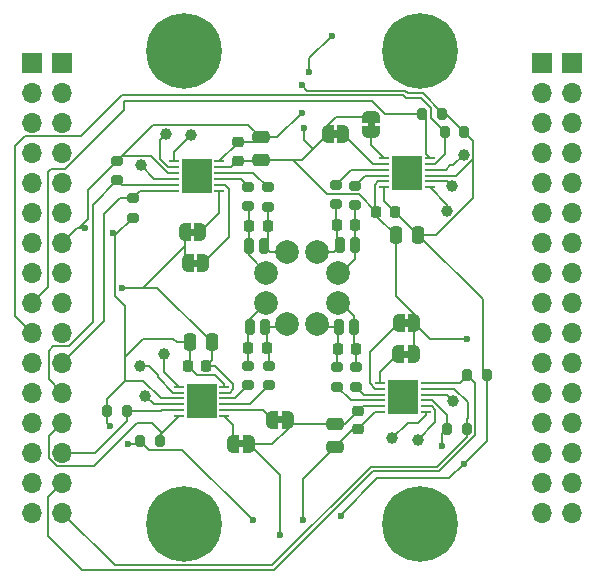
<source format=gbr>
G04 #@! TF.GenerationSoftware,KiCad,Pcbnew,8.0.6*
G04 #@! TF.CreationDate,2025-01-16T18:06:10-08:00*
G04 #@! TF.ProjectId,levitas_daughterboard,6c657669-7461-4735-9f64-617567687465,rev?*
G04 #@! TF.SameCoordinates,Original*
G04 #@! TF.FileFunction,Copper,L2,Bot*
G04 #@! TF.FilePolarity,Positive*
%FSLAX46Y46*%
G04 Gerber Fmt 4.6, Leading zero omitted, Abs format (unit mm)*
G04 Created by KiCad (PCBNEW 8.0.6) date 2025-01-16 18:06:10*
%MOMM*%
%LPD*%
G01*
G04 APERTURE LIST*
G04 Aperture macros list*
%AMRoundRect*
0 Rectangle with rounded corners*
0 $1 Rounding radius*
0 $2 $3 $4 $5 $6 $7 $8 $9 X,Y pos of 4 corners*
0 Add a 4 corners polygon primitive as box body*
4,1,4,$2,$3,$4,$5,$6,$7,$8,$9,$2,$3,0*
0 Add four circle primitives for the rounded corners*
1,1,$1+$1,$2,$3*
1,1,$1+$1,$4,$5*
1,1,$1+$1,$6,$7*
1,1,$1+$1,$8,$9*
0 Add four rect primitives between the rounded corners*
20,1,$1+$1,$2,$3,$4,$5,0*
20,1,$1+$1,$4,$5,$6,$7,0*
20,1,$1+$1,$6,$7,$8,$9,0*
20,1,$1+$1,$8,$9,$2,$3,0*%
%AMFreePoly0*
4,1,19,0.500000,-0.750000,0.000000,-0.750000,0.000000,-0.744911,-0.071157,-0.744911,-0.207708,-0.704816,-0.327430,-0.627875,-0.420627,-0.520320,-0.479746,-0.390866,-0.500000,-0.250000,-0.500000,0.250000,-0.479746,0.390866,-0.420627,0.520320,-0.327430,0.627875,-0.207708,0.704816,-0.071157,0.744911,0.000000,0.744911,0.000000,0.750000,0.500000,0.750000,0.500000,-0.750000,0.500000,-0.750000,
$1*%
%AMFreePoly1*
4,1,19,0.000000,0.744911,0.071157,0.744911,0.207708,0.704816,0.327430,0.627875,0.420627,0.520320,0.479746,0.390866,0.500000,0.250000,0.500000,-0.250000,0.479746,-0.390866,0.420627,-0.520320,0.327430,-0.627875,0.207708,-0.704816,0.071157,-0.744911,0.000000,-0.744911,0.000000,-0.750000,-0.500000,-0.750000,-0.500000,0.750000,0.000000,0.750000,0.000000,0.744911,0.000000,0.744911,
$1*%
G04 Aperture macros list end*
G04 #@! TA.AperFunction,EtchedComponent*
%ADD10C,0.000000*%
G04 #@! TD*
G04 #@! TA.AperFunction,ComponentPad*
%ADD11R,1.700000X1.700000*%
G04 #@! TD*
G04 #@! TA.AperFunction,ComponentPad*
%ADD12O,1.700000X1.700000*%
G04 #@! TD*
G04 #@! TA.AperFunction,ComponentPad*
%ADD13C,0.800000*%
G04 #@! TD*
G04 #@! TA.AperFunction,ComponentPad*
%ADD14C,6.400000*%
G04 #@! TD*
G04 #@! TA.AperFunction,ComponentPad*
%ADD15C,2.000000*%
G04 #@! TD*
G04 #@! TA.AperFunction,SMDPad,CuDef*
%ADD16C,1.000000*%
G04 #@! TD*
G04 #@! TA.AperFunction,SMDPad,CuDef*
%ADD17RoundRect,0.200000X0.275000X-0.200000X0.275000X0.200000X-0.275000X0.200000X-0.275000X-0.200000X0*%
G04 #@! TD*
G04 #@! TA.AperFunction,SMDPad,CuDef*
%ADD18FreePoly0,180.000000*%
G04 #@! TD*
G04 #@! TA.AperFunction,SMDPad,CuDef*
%ADD19FreePoly1,180.000000*%
G04 #@! TD*
G04 #@! TA.AperFunction,SMDPad,CuDef*
%ADD20FreePoly0,0.000000*%
G04 #@! TD*
G04 #@! TA.AperFunction,SMDPad,CuDef*
%ADD21FreePoly1,0.000000*%
G04 #@! TD*
G04 #@! TA.AperFunction,SMDPad,CuDef*
%ADD22RoundRect,0.062500X0.375000X0.062500X-0.375000X0.062500X-0.375000X-0.062500X0.375000X-0.062500X0*%
G04 #@! TD*
G04 #@! TA.AperFunction,HeatsinkPad*
%ADD23R,2.600000X3.000000*%
G04 #@! TD*
G04 #@! TA.AperFunction,SMDPad,CuDef*
%ADD24RoundRect,0.225000X-0.225000X-0.250000X0.225000X-0.250000X0.225000X0.250000X-0.225000X0.250000X0*%
G04 #@! TD*
G04 #@! TA.AperFunction,SMDPad,CuDef*
%ADD25RoundRect,0.250000X-0.475000X0.250000X-0.475000X-0.250000X0.475000X-0.250000X0.475000X0.250000X0*%
G04 #@! TD*
G04 #@! TA.AperFunction,SMDPad,CuDef*
%ADD26RoundRect,0.218750X-0.218750X-0.256250X0.218750X-0.256250X0.218750X0.256250X-0.218750X0.256250X0*%
G04 #@! TD*
G04 #@! TA.AperFunction,SMDPad,CuDef*
%ADD27FreePoly0,90.000000*%
G04 #@! TD*
G04 #@! TA.AperFunction,SMDPad,CuDef*
%ADD28FreePoly1,90.000000*%
G04 #@! TD*
G04 #@! TA.AperFunction,SMDPad,CuDef*
%ADD29RoundRect,0.200000X-0.275000X0.200000X-0.275000X-0.200000X0.275000X-0.200000X0.275000X0.200000X0*%
G04 #@! TD*
G04 #@! TA.AperFunction,SMDPad,CuDef*
%ADD30RoundRect,0.200000X0.200000X0.275000X-0.200000X0.275000X-0.200000X-0.275000X0.200000X-0.275000X0*%
G04 #@! TD*
G04 #@! TA.AperFunction,SMDPad,CuDef*
%ADD31RoundRect,0.225000X0.250000X-0.225000X0.250000X0.225000X-0.250000X0.225000X-0.250000X-0.225000X0*%
G04 #@! TD*
G04 #@! TA.AperFunction,SMDPad,CuDef*
%ADD32RoundRect,0.218750X0.218750X0.256250X-0.218750X0.256250X-0.218750X-0.256250X0.218750X-0.256250X0*%
G04 #@! TD*
G04 #@! TA.AperFunction,SMDPad,CuDef*
%ADD33RoundRect,0.208750X0.208750X0.431250X-0.208750X0.431250X-0.208750X-0.431250X0.208750X-0.431250X0*%
G04 #@! TD*
G04 #@! TA.AperFunction,SMDPad,CuDef*
%ADD34RoundRect,0.208750X-0.208750X-0.431250X0.208750X-0.431250X0.208750X0.431250X-0.208750X0.431250X0*%
G04 #@! TD*
G04 #@! TA.AperFunction,SMDPad,CuDef*
%ADD35RoundRect,0.200000X-0.200000X-0.275000X0.200000X-0.275000X0.200000X0.275000X-0.200000X0.275000X0*%
G04 #@! TD*
G04 #@! TA.AperFunction,SMDPad,CuDef*
%ADD36RoundRect,0.250000X0.250000X0.475000X-0.250000X0.475000X-0.250000X-0.475000X0.250000X-0.475000X0*%
G04 #@! TD*
G04 #@! TA.AperFunction,SMDPad,CuDef*
%ADD37RoundRect,0.250000X-0.250000X-0.475000X0.250000X-0.475000X0.250000X0.475000X-0.250000X0.475000X0*%
G04 #@! TD*
G04 #@! TA.AperFunction,SMDPad,CuDef*
%ADD38RoundRect,0.225000X-0.250000X0.225000X-0.250000X-0.225000X0.250000X-0.225000X0.250000X0.225000X0*%
G04 #@! TD*
G04 #@! TA.AperFunction,SMDPad,CuDef*
%ADD39RoundRect,0.062500X-0.375000X-0.062500X0.375000X-0.062500X0.375000X0.062500X-0.375000X0.062500X0*%
G04 #@! TD*
G04 #@! TA.AperFunction,SMDPad,CuDef*
%ADD40RoundRect,0.225000X0.225000X0.250000X-0.225000X0.250000X-0.225000X-0.250000X0.225000X-0.250000X0*%
G04 #@! TD*
G04 #@! TA.AperFunction,SMDPad,CuDef*
%ADD41RoundRect,0.250000X0.475000X-0.250000X0.475000X0.250000X-0.475000X0.250000X-0.475000X-0.250000X0*%
G04 #@! TD*
G04 #@! TA.AperFunction,ViaPad*
%ADD42C,0.600000*%
G04 #@! TD*
G04 #@! TA.AperFunction,Conductor*
%ADD43C,0.200000*%
G04 #@! TD*
G04 APERTURE END LIST*
D10*
G04 #@! TA.AperFunction,EtchedComponent*
G04 #@! TO.C,JP6*
G36*
X136013000Y-87142600D02*
G01*
X135513000Y-87142600D01*
X135513000Y-86542600D01*
X136013000Y-86542600D01*
X136013000Y-87142600D01*
G37*
G04 #@! TD.AperFunction*
G04 #@! TA.AperFunction,EtchedComponent*
G04 #@! TO.C,JP1*
G36*
X143140000Y-100376000D02*
G01*
X142640000Y-100376000D01*
X142640000Y-99776000D01*
X143140000Y-99776000D01*
X143140000Y-100376000D01*
G37*
G04 #@! TD.AperFunction*
G04 #@! TA.AperFunction,EtchedComponent*
G04 #@! TO.C,JP5*
G36*
X135723200Y-84501000D02*
G01*
X135223200Y-84501000D01*
X135223200Y-83901000D01*
X135723200Y-83901000D01*
X135723200Y-84501000D01*
G37*
G04 #@! TD.AperFunction*
G04 #@! TA.AperFunction,EtchedComponent*
G04 #@! TO.C,JP7*
G36*
X150922000Y-75332400D02*
G01*
X150322000Y-75332400D01*
X150322000Y-74832400D01*
X150922000Y-74832400D01*
X150922000Y-75332400D01*
G37*
G04 #@! TD.AperFunction*
G04 #@! TA.AperFunction,EtchedComponent*
G04 #@! TO.C,JP3*
G36*
X153828800Y-94838800D02*
G01*
X153328800Y-94838800D01*
X153328800Y-94238800D01*
X153828800Y-94238800D01*
X153828800Y-94838800D01*
G37*
G04 #@! TD.AperFunction*
G04 #@! TA.AperFunction,EtchedComponent*
G04 #@! TO.C,JP2*
G36*
X139838000Y-102408000D02*
G01*
X139338000Y-102408000D01*
X139338000Y-101808000D01*
X139838000Y-101808000D01*
X139838000Y-102408000D01*
G37*
G04 #@! TD.AperFunction*
G04 #@! TA.AperFunction,EtchedComponent*
G04 #@! TO.C,JP8*
G36*
X147824000Y-76195200D02*
G01*
X147324000Y-76195200D01*
X147324000Y-75595200D01*
X147824000Y-75595200D01*
X147824000Y-76195200D01*
G37*
G04 #@! TD.AperFunction*
G04 #@! TA.AperFunction,EtchedComponent*
G04 #@! TO.C,JP4*
G36*
X153854200Y-92197200D02*
G01*
X153354200Y-92197200D01*
X153354200Y-91597200D01*
X153854200Y-91597200D01*
X153854200Y-92197200D01*
G37*
G04 #@! TD.AperFunction*
G04 #@! TD*
D11*
G04 #@! TO.P,J3,1,Pin_1*
G04 #@! TO.N,GND*
X124460000Y-69850000D03*
D12*
G04 #@! TO.P,J3,2,Pin_2*
G04 #@! TO.N,Net-(J1-Pin_2)*
X124460000Y-72390000D03*
G04 #@! TO.P,J3,3,Pin_3*
G04 #@! TO.N,Net-(J1-Pin_3)*
X124460000Y-74930000D03*
G04 #@! TO.P,J3,4,Pin_4*
G04 #@! TO.N,Net-(J1-Pin_4)*
X124460000Y-77470000D03*
G04 #@! TO.P,J3,5,Pin_5*
G04 #@! TO.N,Net-(J1-Pin_5)*
X124460000Y-80010000D03*
G04 #@! TO.P,J3,6,Pin_6*
G04 #@! TO.N,+250V*
X124460000Y-82550000D03*
G04 #@! TO.P,J3,7,Pin_7*
G04 #@! TO.N,+3.3V*
X124460000Y-85090000D03*
G04 #@! TO.P,J3,8,Pin_8*
G04 #@! TO.N,GND*
X124460000Y-87630000D03*
G04 #@! TO.P,J3,9,Pin_9*
G04 #@! TO.N,SCL4*
X124460000Y-90170000D03*
G04 #@! TO.P,J3,10,Pin_10*
G04 #@! TO.N,SDA4*
X124460000Y-92710000D03*
G04 #@! TO.P,J3,11,Pin_11*
G04 #@! TO.N,SCL3*
X124460000Y-95250000D03*
G04 #@! TO.P,J3,12,Pin_12*
G04 #@! TO.N,SDA3*
X124460000Y-97790000D03*
G04 #@! TO.P,J3,13,Pin_13*
G04 #@! TO.N,SCL2*
X124460000Y-100330000D03*
G04 #@! TO.P,J3,14,Pin_14*
G04 #@! TO.N,SDA2*
X124460000Y-102870000D03*
G04 #@! TO.P,J3,15,Pin_15*
G04 #@! TO.N,SCL1*
X124460000Y-105410000D03*
G04 #@! TO.P,J3,16,Pin_16*
G04 #@! TO.N,SDA1*
X124460000Y-107950000D03*
G04 #@! TD*
D11*
G04 #@! TO.P,J2,1,Pin_1*
G04 #@! TO.N,Net-(J2-Pin_1)*
X165100000Y-69850000D03*
D12*
G04 #@! TO.P,J2,2,Pin_2*
G04 #@! TO.N,Net-(J2-Pin_2)*
X165100000Y-72390000D03*
G04 #@! TO.P,J2,3,Pin_3*
G04 #@! TO.N,Net-(J2-Pin_3)*
X165100000Y-74930000D03*
G04 #@! TO.P,J2,4,Pin_4*
G04 #@! TO.N,Net-(J2-Pin_4)*
X165100000Y-77470000D03*
G04 #@! TO.P,J2,5,Pin_5*
G04 #@! TO.N,Net-(J2-Pin_5)*
X165100000Y-80010000D03*
G04 #@! TO.P,J2,6,Pin_6*
G04 #@! TO.N,Net-(J2-Pin_6)*
X165100000Y-82550000D03*
G04 #@! TO.P,J2,7,Pin_7*
G04 #@! TO.N,Net-(J2-Pin_7)*
X165100000Y-85090000D03*
G04 #@! TO.P,J2,8,Pin_8*
G04 #@! TO.N,Net-(J2-Pin_8)*
X165100000Y-87630000D03*
G04 #@! TO.P,J2,9,Pin_9*
G04 #@! TO.N,Net-(J2-Pin_9)*
X165100000Y-90170000D03*
G04 #@! TO.P,J2,10,Pin_10*
G04 #@! TO.N,Net-(J2-Pin_10)*
X165100000Y-92710000D03*
G04 #@! TO.P,J2,11,Pin_11*
G04 #@! TO.N,Net-(J2-Pin_11)*
X165100000Y-95250000D03*
G04 #@! TO.P,J2,12,Pin_12*
G04 #@! TO.N,Net-(J2-Pin_12)*
X165100000Y-97790000D03*
G04 #@! TO.P,J2,13,Pin_13*
G04 #@! TO.N,Net-(J2-Pin_13)*
X165100000Y-100330000D03*
G04 #@! TO.P,J2,14,Pin_14*
G04 #@! TO.N,Net-(J2-Pin_14)*
X165100000Y-102870000D03*
G04 #@! TO.P,J2,15,Pin_15*
G04 #@! TO.N,Net-(J2-Pin_15)*
X165100000Y-105410000D03*
G04 #@! TO.P,J2,16,Pin_16*
G04 #@! TO.N,Net-(J2-Pin_16)*
X165100000Y-107950000D03*
G04 #@! TD*
D13*
G04 #@! TO.P,REF\u002A\u002A,1*
G04 #@! TO.N,N/C*
X132380000Y-108900000D03*
X133082944Y-107202944D03*
X133082944Y-110597056D03*
X134780000Y-106500000D03*
D14*
X134780000Y-108900000D03*
D13*
X134780000Y-111300000D03*
X136477056Y-107202944D03*
X136477056Y-110597056D03*
X137180000Y-108900000D03*
G04 #@! TD*
G04 #@! TO.P,REF\u002A\u002A,1*
G04 #@! TO.N,N/C*
X152380000Y-108900000D03*
X153082944Y-107202944D03*
X153082944Y-110597056D03*
X154780000Y-106500000D03*
D14*
X154780000Y-108900000D03*
D13*
X154780000Y-111300000D03*
X156477056Y-107202944D03*
X156477056Y-110597056D03*
X157180000Y-108900000D03*
G04 #@! TD*
G04 #@! TO.P,REF\u002A\u002A,1*
G04 #@! TO.N,N/C*
X152380000Y-68900000D03*
X153082944Y-67202944D03*
X153082944Y-70597056D03*
X154780000Y-66500000D03*
D14*
X154780000Y-68900000D03*
D13*
X154780000Y-71300000D03*
X156477056Y-67202944D03*
X156477056Y-70597056D03*
X157180000Y-68900000D03*
G04 #@! TD*
G04 #@! TO.P,REF\u002A\u002A,1*
G04 #@! TO.N,N/C*
X132380000Y-68900000D03*
X133082944Y-67202944D03*
X133082944Y-70597056D03*
X134780000Y-66500000D03*
D14*
X134780000Y-68900000D03*
D13*
X134780000Y-71300000D03*
X136477056Y-67202944D03*
X136477056Y-70597056D03*
X137180000Y-68900000D03*
G04 #@! TD*
D15*
G04 #@! TO.P,J6,1,Pin_1*
G04 #@! TO.N,Net-(J6-Pin_1)*
X141732000Y-90170000D03*
G04 #@! TD*
D11*
G04 #@! TO.P,J4,1,Pin_1*
G04 #@! TO.N,Net-(J2-Pin_1)*
X167640000Y-69850000D03*
D12*
G04 #@! TO.P,J4,2,Pin_2*
G04 #@! TO.N,Net-(J2-Pin_2)*
X167640000Y-72390000D03*
G04 #@! TO.P,J4,3,Pin_3*
G04 #@! TO.N,Net-(J2-Pin_3)*
X167640000Y-74930000D03*
G04 #@! TO.P,J4,4,Pin_4*
G04 #@! TO.N,Net-(J2-Pin_4)*
X167640000Y-77470000D03*
G04 #@! TO.P,J4,5,Pin_5*
G04 #@! TO.N,Net-(J2-Pin_5)*
X167640000Y-80010000D03*
G04 #@! TO.P,J4,6,Pin_6*
G04 #@! TO.N,Net-(J2-Pin_6)*
X167640000Y-82550000D03*
G04 #@! TO.P,J4,7,Pin_7*
G04 #@! TO.N,Net-(J2-Pin_7)*
X167640000Y-85090000D03*
G04 #@! TO.P,J4,8,Pin_8*
G04 #@! TO.N,Net-(J2-Pin_8)*
X167640000Y-87630000D03*
G04 #@! TO.P,J4,9,Pin_9*
G04 #@! TO.N,Net-(J2-Pin_9)*
X167640000Y-90170000D03*
G04 #@! TO.P,J4,10,Pin_10*
G04 #@! TO.N,Net-(J2-Pin_10)*
X167640000Y-92710000D03*
G04 #@! TO.P,J4,11,Pin_11*
G04 #@! TO.N,Net-(J2-Pin_11)*
X167640000Y-95250000D03*
G04 #@! TO.P,J4,12,Pin_12*
G04 #@! TO.N,Net-(J2-Pin_12)*
X167640000Y-97790000D03*
G04 #@! TO.P,J4,13,Pin_13*
G04 #@! TO.N,Net-(J2-Pin_13)*
X167640000Y-100330000D03*
G04 #@! TO.P,J4,14,Pin_14*
G04 #@! TO.N,Net-(J2-Pin_14)*
X167640000Y-102870000D03*
G04 #@! TO.P,J4,15,Pin_15*
G04 #@! TO.N,Net-(J2-Pin_15)*
X167640000Y-105410000D03*
G04 #@! TO.P,J4,16,Pin_16*
G04 #@! TO.N,Net-(J2-Pin_16)*
X167640000Y-107950000D03*
G04 #@! TD*
D15*
G04 #@! TO.P,J5,1,Pin_1*
G04 #@! TO.N,Net-(J5-Pin_1)*
X143510000Y-91948000D03*
G04 #@! TD*
D11*
G04 #@! TO.P,J1,1,Pin_1*
G04 #@! TO.N,GND*
X121920000Y-69850000D03*
D12*
G04 #@! TO.P,J1,2,Pin_2*
G04 #@! TO.N,Net-(J1-Pin_2)*
X121920000Y-72390000D03*
G04 #@! TO.P,J1,3,Pin_3*
G04 #@! TO.N,Net-(J1-Pin_3)*
X121920000Y-74930000D03*
G04 #@! TO.P,J1,4,Pin_4*
G04 #@! TO.N,Net-(J1-Pin_4)*
X121920000Y-77470000D03*
G04 #@! TO.P,J1,5,Pin_5*
G04 #@! TO.N,Net-(J1-Pin_5)*
X121920000Y-80010000D03*
G04 #@! TO.P,J1,6,Pin_6*
G04 #@! TO.N,+250V*
X121920000Y-82550000D03*
G04 #@! TO.P,J1,7,Pin_7*
G04 #@! TO.N,+3.3V*
X121920000Y-85090000D03*
G04 #@! TO.P,J1,8,Pin_8*
G04 #@! TO.N,GND*
X121920000Y-87630000D03*
G04 #@! TO.P,J1,9,Pin_9*
G04 #@! TO.N,SCL4*
X121920000Y-90170000D03*
G04 #@! TO.P,J1,10,Pin_10*
G04 #@! TO.N,SDA4*
X121920000Y-92710000D03*
G04 #@! TO.P,J1,11,Pin_11*
G04 #@! TO.N,SCL3*
X121920000Y-95250000D03*
G04 #@! TO.P,J1,12,Pin_12*
G04 #@! TO.N,SDA3*
X121920000Y-97790000D03*
G04 #@! TO.P,J1,13,Pin_13*
G04 #@! TO.N,SCL2*
X121920000Y-100330000D03*
G04 #@! TO.P,J1,14,Pin_14*
G04 #@! TO.N,SDA2*
X121920000Y-102870000D03*
G04 #@! TO.P,J1,15,Pin_15*
G04 #@! TO.N,SCL1*
X121920000Y-105410000D03*
G04 #@! TO.P,J1,16,Pin_16*
G04 #@! TO.N,SDA1*
X121920000Y-107950000D03*
G04 #@! TD*
D16*
G04 #@! TO.P,TP5,1,1*
G04 #@! TO.N,Net-(U2-INTB)*
X154559000Y-101777800D03*
G04 #@! TD*
G04 #@! TO.P,TP9,1,1*
G04 #@! TO.N,Net-(U3-SD)*
X135382000Y-75946000D03*
G04 #@! TD*
D17*
G04 #@! TO.P,R15,1*
G04 #@! TO.N,Net-(J11-Pin_1)*
X147650200Y-81864200D03*
G04 #@! TO.P,R15,2*
G04 #@! TO.N,Net-(U4-IN0B)*
X147650200Y-80214200D03*
G04 #@! TD*
D18*
G04 #@! TO.P,JP6,1,A*
G04 #@! TO.N,Net-(JP6-A)*
X136413000Y-86842600D03*
D19*
G04 #@! TO.P,JP6,2,B*
G04 #@! TO.N,GND*
X135113000Y-86842600D03*
G04 #@! TD*
D20*
G04 #@! TO.P,JP1,1,A*
G04 #@! TO.N,Net-(JP1-A)*
X142240000Y-100076000D03*
D21*
G04 #@! TO.P,JP1,2,B*
G04 #@! TO.N,GND*
X143540000Y-100076000D03*
G04 #@! TD*
D15*
G04 #@! TO.P,J9,1,Pin_1*
G04 #@! TO.N,Net-(J9-Pin_1)*
X141732000Y-87630000D03*
G04 #@! TD*
D17*
G04 #@! TO.P,R11,1*
G04 #@! TO.N,Net-(J9-Pin_1)*
X140233400Y-82016600D03*
G04 #@! TO.P,R11,2*
G04 #@! TO.N,Net-(U3-IN0B)*
X140233400Y-80366600D03*
G04 #@! TD*
D15*
G04 #@! TO.P,J7,1,Pin_1*
G04 #@! TO.N,Net-(J7-Pin_1)*
X147828000Y-90170000D03*
G04 #@! TD*
G04 #@! TO.P,J8,1,Pin_1*
G04 #@! TO.N,Net-(J8-Pin_1)*
X146050000Y-91948000D03*
G04 #@! TD*
D18*
G04 #@! TO.P,JP5,1,A*
G04 #@! TO.N,Net-(JP5-A)*
X136123200Y-84201000D03*
D19*
G04 #@! TO.P,JP5,2,B*
G04 #@! TO.N,GND*
X134823200Y-84201000D03*
G04 #@! TD*
D22*
G04 #@! TO.P,U2,1,SCL*
G04 #@! TO.N,SCL1*
X155284400Y-96951800D03*
G04 #@! TO.P,U2,2,SDA*
G04 #@! TO.N,SDA1*
X155284400Y-97451800D03*
G04 #@! TO.P,U2,3,CLKIN*
G04 #@! TO.N,Net-(U2-CLKIN)*
X155284400Y-97951800D03*
G04 #@! TO.P,U2,4,ADDR*
G04 #@! TO.N,+3.3V*
X155284400Y-98451800D03*
G04 #@! TO.P,U2,5,INTB*
G04 #@! TO.N,Net-(U2-INTB)*
X155284400Y-98951800D03*
G04 #@! TO.P,U2,6,SD*
G04 #@! TO.N,Net-(U2-SD)*
X155284400Y-99451800D03*
G04 #@! TO.P,U2,7,VDD*
G04 #@! TO.N,+3.3V*
X151409400Y-99451800D03*
G04 #@! TO.P,U2,8,GND*
G04 #@! TO.N,GND*
X151409400Y-98951800D03*
G04 #@! TO.P,U2,9,IN0A*
G04 #@! TO.N,Net-(U2-IN0A)*
X151409400Y-98451800D03*
G04 #@! TO.P,U2,10,IN0B*
G04 #@! TO.N,Net-(U2-IN0B)*
X151409400Y-97951800D03*
G04 #@! TO.P,U2,11,IN1A*
G04 #@! TO.N,Net-(JP4-A)*
X151409400Y-97451800D03*
G04 #@! TO.P,U2,12,IN1B*
G04 #@! TO.N,Net-(JP3-A)*
X151409400Y-96951800D03*
D23*
G04 #@! TO.P,U2,13*
G04 #@! TO.N,N/C*
X153346900Y-98201800D03*
G04 #@! TD*
D24*
G04 #@! TO.P,C2,1*
G04 #@! TO.N,+3.3V*
X135115000Y-95504000D03*
G04 #@! TO.P,C2,2*
G04 #@! TO.N,GND*
X136665000Y-95504000D03*
G04 #@! TD*
D25*
G04 #@! TO.P,C7,1*
G04 #@! TO.N,+3.3V*
X141274800Y-76164400D03*
G04 #@! TO.P,C7,2*
G04 #@! TO.N,GND*
X141274800Y-78064400D03*
G04 #@! TD*
D22*
G04 #@! TO.P,U4,1,SCL*
G04 #@! TO.N,SCL4*
X155563800Y-77916400D03*
G04 #@! TO.P,U4,2,SDA*
G04 #@! TO.N,SDA4*
X155563800Y-78416400D03*
G04 #@! TO.P,U4,3,CLKIN*
G04 #@! TO.N,Net-(U4-CLKIN)*
X155563800Y-78916400D03*
G04 #@! TO.P,U4,4,ADDR*
G04 #@! TO.N,+3.3V*
X155563800Y-79416400D03*
G04 #@! TO.P,U4,5,INTB*
G04 #@! TO.N,Net-(U4-INTB)*
X155563800Y-79916400D03*
G04 #@! TO.P,U4,6,SD*
G04 #@! TO.N,Net-(U4-SD)*
X155563800Y-80416400D03*
G04 #@! TO.P,U4,7,VDD*
G04 #@! TO.N,+3.3V*
X151688800Y-80416400D03*
G04 #@! TO.P,U4,8,GND*
G04 #@! TO.N,GND*
X151688800Y-79916400D03*
G04 #@! TO.P,U4,9,IN0A*
G04 #@! TO.N,Net-(U4-IN0A)*
X151688800Y-79416400D03*
G04 #@! TO.P,U4,10,IN0B*
G04 #@! TO.N,Net-(U4-IN0B)*
X151688800Y-78916400D03*
G04 #@! TO.P,U4,11,IN1A*
G04 #@! TO.N,Net-(JP8-A)*
X151688800Y-78416400D03*
G04 #@! TO.P,U4,12,IN1B*
G04 #@! TO.N,Net-(JP7-A)*
X151688800Y-77916400D03*
D23*
G04 #@! TO.P,U4,13*
G04 #@! TO.N,N/C*
X153626300Y-79166400D03*
G04 #@! TD*
D16*
G04 #@! TO.P,TP4,1,1*
G04 #@! TO.N,Net-(U2-CLKIN)*
X157581600Y-98526600D03*
G04 #@! TD*
D26*
G04 #@! TO.P,L4,1,1*
G04 #@! TO.N,Net-(J11-Pin_1)*
X147700900Y-83591400D03*
G04 #@! TO.P,L4,2,2*
G04 #@! TO.N,Net-(J12-Pin_1)*
X149275900Y-83591400D03*
G04 #@! TD*
D16*
G04 #@! TO.P,TP10,1,1*
G04 #@! TO.N,Net-(U4-CLKIN)*
X158445200Y-77647800D03*
G04 #@! TD*
D27*
G04 #@! TO.P,JP7,1,A*
G04 #@! TO.N,Net-(JP7-A)*
X150622000Y-75732400D03*
D28*
G04 #@! TO.P,JP7,2,B*
G04 #@! TO.N,GND*
X150622000Y-74432400D03*
G04 #@! TD*
D20*
G04 #@! TO.P,JP3,1,A*
G04 #@! TO.N,Net-(JP3-A)*
X152928800Y-94538800D03*
D21*
G04 #@! TO.P,JP3,2,B*
G04 #@! TO.N,GND*
X154228800Y-94538800D03*
G04 #@! TD*
D20*
G04 #@! TO.P,JP2,1,A*
G04 #@! TO.N,Net-(JP2-A)*
X138938000Y-102108000D03*
D21*
G04 #@! TO.P,JP2,2,B*
G04 #@! TO.N,GND*
X140238000Y-102108000D03*
G04 #@! TD*
D16*
G04 #@! TO.P,TP12,1,1*
G04 #@! TO.N,Net-(U4-SD)*
X157048200Y-82397600D03*
G04 #@! TD*
D15*
G04 #@! TO.P,J12,1,Pin_1*
G04 #@! TO.N,Net-(J12-Pin_1)*
X147828000Y-87630000D03*
G04 #@! TD*
D29*
G04 #@! TO.P,R7,1*
G04 #@! TO.N,Net-(J7-Pin_1)*
X149301200Y-95631000D03*
G04 #@! TO.P,R7,2*
G04 #@! TO.N,Net-(U2-IN0B)*
X149301200Y-97281000D03*
G04 #@! TD*
D26*
G04 #@! TO.P,L3,1,1*
G04 #@! TO.N,Net-(J9-Pin_1)*
X140284200Y-83667600D03*
G04 #@! TO.P,L3,2,2*
G04 #@! TO.N,Net-(J10-Pin_1)*
X141859200Y-83667600D03*
G04 #@! TD*
D30*
G04 #@! TO.P,R13,1*
G04 #@! TO.N,+3.3V*
X158482800Y-75692000D03*
G04 #@! TO.P,R13,2*
G04 #@! TO.N,SDA4*
X156832800Y-75692000D03*
G04 #@! TD*
D16*
G04 #@! TO.P,TP11,1,1*
G04 #@! TO.N,Net-(U4-INTB)*
X157454600Y-80340200D03*
G04 #@! TD*
G04 #@! TO.P,TP2,1,1*
G04 #@! TO.N,Net-(U1-INTB)*
X131064000Y-95504000D03*
G04 #@! TD*
D30*
G04 #@! TO.P,R14,1*
G04 #@! TO.N,+3.3V*
X156615400Y-74193400D03*
G04 #@! TO.P,R14,2*
G04 #@! TO.N,SCL4*
X154965400Y-74193400D03*
G04 #@! TD*
D17*
G04 #@! TO.P,R10,1*
G04 #@! TO.N,+3.3V*
X130454400Y-82968600D03*
G04 #@! TO.P,R10,2*
G04 #@! TO.N,SCL3*
X130454400Y-81318600D03*
G04 #@! TD*
D31*
G04 #@! TO.P,C5,1*
G04 #@! TO.N,+3.3V*
X149479000Y-100914800D03*
G04 #@! TO.P,C5,2*
G04 #@! TO.N,GND*
X149479000Y-99364800D03*
G04 #@! TD*
D32*
G04 #@! TO.P,L2,1,1*
G04 #@! TO.N,Net-(J7-Pin_1)*
X149352000Y-94132400D03*
G04 #@! TO.P,L2,2,2*
G04 #@! TO.N,Net-(J8-Pin_1)*
X147777000Y-94132400D03*
G04 #@! TD*
D16*
G04 #@! TO.P,TP6,1,1*
G04 #@! TO.N,Net-(U2-SD)*
X152425400Y-101676200D03*
G04 #@! TD*
D33*
G04 #@! TO.P,C3,1*
G04 #@! TO.N,Net-(J5-Pin_1)*
X141597500Y-92202000D03*
G04 #@! TO.P,C3,2*
G04 #@! TO.N,Net-(J6-Pin_1)*
X140342500Y-92202000D03*
G04 #@! TD*
D34*
G04 #@! TO.P,C12,1*
G04 #@! TO.N,Net-(J11-Pin_1)*
X148013300Y-85318600D03*
G04 #@! TO.P,C12,2*
G04 #@! TO.N,Net-(J12-Pin_1)*
X149268300Y-85318600D03*
G04 #@! TD*
D35*
G04 #@! TO.P,R5,1*
G04 #@! TO.N,+3.3V*
X157061400Y-100888800D03*
G04 #@! TO.P,R5,2*
G04 #@! TO.N,SDA1*
X158711400Y-100888800D03*
G04 #@! TD*
D15*
G04 #@! TO.P,J11,1,Pin_1*
G04 #@! TO.N,Net-(J11-Pin_1)*
X146050000Y-85852000D03*
G04 #@! TD*
D36*
G04 #@! TO.P,C10,1*
G04 #@! TO.N,+3.3V*
X154594600Y-84429600D03*
G04 #@! TO.P,C10,2*
G04 #@! TO.N,GND*
X152694600Y-84429600D03*
G04 #@! TD*
D17*
G04 #@! TO.P,R12,1*
G04 #@! TO.N,Net-(J10-Pin_1)*
X141859000Y-82054200D03*
G04 #@! TO.P,R12,2*
G04 #@! TO.N,Net-(U3-IN0A)*
X141859000Y-80404200D03*
G04 #@! TD*
D37*
G04 #@! TO.P,C1,1*
G04 #@! TO.N,+3.3V*
X135260000Y-93538000D03*
G04 #@! TO.P,C1,2*
G04 #@! TO.N,GND*
X137160000Y-93538000D03*
G04 #@! TD*
D33*
G04 #@! TO.P,C6,1*
G04 #@! TO.N,Net-(J7-Pin_1)*
X149192100Y-92278200D03*
G04 #@! TO.P,C6,2*
G04 #@! TO.N,Net-(J8-Pin_1)*
X147937100Y-92278200D03*
G04 #@! TD*
D38*
G04 #@! TO.P,C8,1*
G04 #@! TO.N,+3.3V*
X139319000Y-76593400D03*
G04 #@! TO.P,C8,2*
G04 #@! TO.N,GND*
X139319000Y-78143400D03*
G04 #@! TD*
D17*
G04 #@! TO.P,R16,1*
G04 #@! TO.N,Net-(J12-Pin_1)*
X149250400Y-81940400D03*
G04 #@! TO.P,R16,2*
G04 #@! TO.N,Net-(U4-IN0A)*
X149250400Y-80290400D03*
G04 #@! TD*
D18*
G04 #@! TO.P,JP8,1,A*
G04 #@! TO.N,Net-(JP8-A)*
X148224000Y-75895200D03*
D19*
G04 #@! TO.P,JP8,2,B*
G04 #@! TO.N,GND*
X146924000Y-75895200D03*
G04 #@! TD*
D16*
G04 #@! TO.P,TP7,1,1*
G04 #@! TO.N,Net-(U3-CLKIN)*
X131114800Y-78562200D03*
G04 #@! TD*
D39*
G04 #@! TO.P,U3,1,SCL*
G04 #@! TO.N,SCL3*
X133894600Y-80695800D03*
G04 #@! TO.P,U3,2,SDA*
G04 #@! TO.N,SDA3*
X133894600Y-80195800D03*
G04 #@! TO.P,U3,3,CLKIN*
G04 #@! TO.N,Net-(U3-CLKIN)*
X133894600Y-79695800D03*
G04 #@! TO.P,U3,4,ADDR*
G04 #@! TO.N,+3.3V*
X133894600Y-79195800D03*
G04 #@! TO.P,U3,5,INTB*
G04 #@! TO.N,Net-(U3-INTB)*
X133894600Y-78695800D03*
G04 #@! TO.P,U3,6,SD*
G04 #@! TO.N,Net-(U3-SD)*
X133894600Y-78195800D03*
G04 #@! TO.P,U3,7,VDD*
G04 #@! TO.N,+3.3V*
X137769600Y-78195800D03*
G04 #@! TO.P,U3,8,GND*
G04 #@! TO.N,GND*
X137769600Y-78695800D03*
G04 #@! TO.P,U3,9,IN0A*
G04 #@! TO.N,Net-(U3-IN0A)*
X137769600Y-79195800D03*
G04 #@! TO.P,U3,10,IN0B*
G04 #@! TO.N,Net-(U3-IN0B)*
X137769600Y-79695800D03*
G04 #@! TO.P,U3,11,IN1A*
G04 #@! TO.N,Net-(JP6-A)*
X137769600Y-80195800D03*
G04 #@! TO.P,U3,12,IN1B*
G04 #@! TO.N,Net-(JP5-A)*
X137769600Y-80695800D03*
D23*
G04 #@! TO.P,U3,13*
G04 #@! TO.N,N/C*
X135832100Y-79445800D03*
G04 #@! TD*
D15*
G04 #@! TO.P,J10,1,Pin_1*
G04 #@! TO.N,Net-(J10-Pin_1)*
X143510000Y-85852000D03*
G04 #@! TD*
D35*
G04 #@! TO.P,R2,1*
G04 #@! TO.N,+3.3V*
X131064000Y-101854000D03*
G04 #@! TO.P,R2,2*
G04 #@! TO.N,SCL2*
X132714000Y-101854000D03*
G04 #@! TD*
G04 #@! TO.P,R1,1*
G04 #@! TO.N,+3.3V*
X128270000Y-99314000D03*
G04 #@! TO.P,R1,2*
G04 #@! TO.N,SDA2*
X129920000Y-99314000D03*
G04 #@! TD*
D29*
G04 #@! TO.P,R3,1*
G04 #@! TO.N,Net-(J5-Pin_1)*
X141986000Y-95504000D03*
G04 #@! TO.P,R3,2*
G04 #@! TO.N,Net-(U1-IN0B)*
X141986000Y-97154000D03*
G04 #@! TD*
G04 #@! TO.P,R4,1*
G04 #@! TO.N,Net-(J6-Pin_1)*
X140208000Y-95504000D03*
G04 #@! TO.P,R4,2*
G04 #@! TO.N,Net-(U1-IN0A)*
X140208000Y-97154000D03*
G04 #@! TD*
G04 #@! TO.P,R9,1*
G04 #@! TO.N,+3.3V*
X129133600Y-78155800D03*
G04 #@! TO.P,R9,2*
G04 #@! TO.N,SDA3*
X129133600Y-79805800D03*
G04 #@! TD*
D20*
G04 #@! TO.P,JP4,1,A*
G04 #@! TO.N,Net-(JP4-A)*
X152954200Y-91897200D03*
D21*
G04 #@! TO.P,JP4,2,B*
G04 #@! TO.N,GND*
X154254200Y-91897200D03*
G04 #@! TD*
D34*
G04 #@! TO.P,C9,1*
G04 #@! TO.N,Net-(J9-Pin_1)*
X140266300Y-85344000D03*
G04 #@! TO.P,C9,2*
G04 #@! TO.N,Net-(J10-Pin_1)*
X141521300Y-85344000D03*
G04 #@! TD*
D40*
G04 #@! TO.P,C11,1*
G04 #@! TO.N,+3.3V*
X152616200Y-82473800D03*
G04 #@! TO.P,C11,2*
G04 #@! TO.N,GND*
X151066200Y-82473800D03*
G04 #@! TD*
D39*
G04 #@! TO.P,U1,1,SCL*
G04 #@! TO.N,SCL2*
X134318500Y-99790000D03*
G04 #@! TO.P,U1,2,SDA*
G04 #@! TO.N,SDA2*
X134318500Y-99290000D03*
G04 #@! TO.P,U1,3,CLKIN*
G04 #@! TO.N,Net-(U1-CLKIN)*
X134318500Y-98790000D03*
G04 #@! TO.P,U1,4,ADDR*
G04 #@! TO.N,+3.3V*
X134318500Y-98290000D03*
G04 #@! TO.P,U1,5,INTB*
G04 #@! TO.N,Net-(U1-INTB)*
X134318500Y-97790000D03*
G04 #@! TO.P,U1,6,SD*
G04 #@! TO.N,Net-(U1-SD)*
X134318500Y-97290000D03*
G04 #@! TO.P,U1,7,VDD*
G04 #@! TO.N,+3.3V*
X138193500Y-97290000D03*
G04 #@! TO.P,U1,8,GND*
G04 #@! TO.N,GND*
X138193500Y-97790000D03*
G04 #@! TO.P,U1,9,IN0A*
G04 #@! TO.N,Net-(U1-IN0A)*
X138193500Y-98290000D03*
G04 #@! TO.P,U1,10,IN0B*
G04 #@! TO.N,Net-(U1-IN0B)*
X138193500Y-98790000D03*
G04 #@! TO.P,U1,11,IN1A*
G04 #@! TO.N,Net-(JP1-A)*
X138193500Y-99290000D03*
G04 #@! TO.P,U1,12,IN1B*
G04 #@! TO.N,Net-(JP2-A)*
X138193500Y-99790000D03*
D23*
G04 #@! TO.P,U1,13*
G04 #@! TO.N,N/C*
X136256000Y-98540000D03*
G04 #@! TD*
D16*
G04 #@! TO.P,TP3,1,1*
G04 #@! TO.N,Net-(U1-CLKIN)*
X131445000Y-98044000D03*
G04 #@! TD*
D41*
G04 #@! TO.P,C4,1*
G04 #@! TO.N,+3.3V*
X147599400Y-102372200D03*
G04 #@! TO.P,C4,2*
G04 #@! TO.N,GND*
X147599400Y-100472200D03*
G04 #@! TD*
D29*
G04 #@! TO.P,R8,1*
G04 #@! TO.N,Net-(J8-Pin_1)*
X147701000Y-95631000D03*
G04 #@! TO.P,R8,2*
G04 #@! TO.N,Net-(U2-IN0A)*
X147701000Y-97281000D03*
G04 #@! TD*
D16*
G04 #@! TO.P,TP1,1,1*
G04 #@! TO.N,Net-(U1-SD)*
X133096000Y-94488000D03*
G04 #@! TD*
D32*
G04 #@! TO.P,L1,1,1*
G04 #@! TO.N,Net-(J5-Pin_1)*
X141783000Y-93980000D03*
G04 #@! TO.P,L1,2,2*
G04 #@! TO.N,Net-(J6-Pin_1)*
X140208000Y-93980000D03*
G04 #@! TD*
D30*
G04 #@! TO.P,R6,1*
G04 #@! TO.N,+3.3V*
X160413200Y-96342200D03*
G04 #@! TO.P,R6,2*
G04 #@! TO.N,SCL1*
X158763200Y-96342200D03*
G04 #@! TD*
D16*
G04 #@! TO.P,TP8,1,1*
G04 #@! TO.N,Net-(U3-INTB)*
X133273800Y-75920600D03*
G04 #@! TD*
D42*
G04 #@! TO.N,GND*
X158750000Y-93268800D03*
X129540000Y-88900000D03*
X144907000Y-75412600D03*
X142875000Y-109855000D03*
X145389600Y-70688200D03*
X147269200Y-67614800D03*
G04 #@! TO.N,+3.3V*
X126365000Y-83820000D03*
X148031200Y-108229400D03*
X128524000Y-100584000D03*
X158445200Y-103835200D03*
X140589000Y-108585000D03*
X144754600Y-74091800D03*
X144830800Y-108585000D03*
X156641800Y-102311200D03*
X144729200Y-71755000D03*
X130048000Y-102108000D03*
X128778000Y-84302600D03*
G04 #@! TD*
D43*
G04 #@! TO.N,SDA4*
X121328800Y-76080000D02*
X120497600Y-76911200D01*
X156832800Y-77599286D02*
X156832800Y-75692000D01*
X154806848Y-72847200D02*
X153568400Y-72847200D01*
X155665400Y-73705752D02*
X154806848Y-72847200D01*
X129489200Y-72618600D02*
X126027800Y-76080000D01*
X156015686Y-78416400D02*
X156832800Y-77599286D01*
X153568400Y-72847200D02*
X153339800Y-72618600D01*
X126027800Y-76080000D02*
X121328800Y-76080000D01*
X120497600Y-76911200D02*
X120497600Y-91287600D01*
X153339800Y-72618600D02*
X129489200Y-72618600D01*
X155665400Y-74524600D02*
X155665400Y-73705752D01*
X155563800Y-78416400D02*
X156015686Y-78416400D01*
X120497600Y-91287600D02*
X121920000Y-92710000D01*
X156832800Y-75692000D02*
X155665400Y-74524600D01*
G04 #@! TO.N,SCL1*
X159411400Y-101377286D02*
X156324886Y-104463800D01*
X126096346Y-112800000D02*
X123240800Y-109944454D01*
X159411400Y-96990400D02*
X159411400Y-101377286D01*
X156324886Y-104463800D02*
X150762286Y-104463800D01*
X155284400Y-96951800D02*
X158153600Y-96951800D01*
X150762286Y-104463800D02*
X142426086Y-112800000D01*
X158153600Y-96951800D02*
X158763200Y-96342200D01*
X123240800Y-106629200D02*
X124460000Y-105410000D01*
X158763200Y-96342200D02*
X159411400Y-96990400D01*
X123240800Y-109944454D02*
X123240800Y-106629200D01*
X142426086Y-112800000D02*
X126096346Y-112800000D01*
G04 #@! TO.N,SCL4*
X155265400Y-77618000D02*
X155265400Y-74493400D01*
X123266200Y-88823800D02*
X121920000Y-90170000D01*
X123552600Y-78860000D02*
X123266200Y-79146400D01*
X150659277Y-73075800D02*
X129717800Y-73075800D01*
X123266200Y-79146400D02*
X123266200Y-88823800D01*
X155563800Y-77916400D02*
X155265400Y-77618000D01*
X151776877Y-74193400D02*
X150659277Y-73075800D01*
X154965400Y-74193400D02*
X151776877Y-74193400D01*
X155265400Y-74493400D02*
X154965400Y-74193400D01*
X129717800Y-73838546D02*
X124696346Y-78860000D01*
X124696346Y-78860000D02*
X123552600Y-78860000D01*
X129717800Y-73075800D02*
X129717800Y-73838546D01*
G04 #@! TO.N,SDA2*
X129920000Y-99314000D02*
X132818000Y-99314000D01*
X132842000Y-99290000D02*
X134318500Y-99290000D01*
X127254000Y-102870000D02*
X124460000Y-102870000D01*
X129920000Y-99314000D02*
X129920000Y-100204000D01*
X129920000Y-100204000D02*
X127254000Y-102870000D01*
X132818000Y-99314000D02*
X132842000Y-99290000D01*
G04 #@! TO.N,SCL2*
X132714000Y-101394500D02*
X132714000Y-101854000D01*
X123310000Y-101480000D02*
X124460000Y-100330000D01*
X123983654Y-104020000D02*
X123310000Y-103346346D01*
X134318500Y-99790000D02*
X132929250Y-101179250D01*
X132080000Y-100330000D02*
X130810000Y-100330000D01*
X130810000Y-100330000D02*
X127120000Y-104020000D01*
X123310000Y-103346346D02*
X123310000Y-101480000D01*
X132929250Y-101179250D02*
X132080000Y-100330000D01*
X132929250Y-101179250D02*
X132714000Y-101394500D01*
X127120000Y-104020000D02*
X123983654Y-104020000D01*
G04 #@! TO.N,GND*
X134823200Y-84201000D02*
X134823200Y-85394800D01*
X138645386Y-97790000D02*
X138931000Y-97504386D01*
X144907000Y-76377800D02*
X144907000Y-75412600D01*
X131318000Y-88900000D02*
X129540000Y-88900000D01*
X146924000Y-75895200D02*
X145674200Y-77145000D01*
X142875000Y-104745000D02*
X142875000Y-104775000D01*
X145674200Y-77145000D02*
X144754800Y-78064400D01*
X139319000Y-78143400D02*
X141195800Y-78143400D01*
X143967200Y-78064400D02*
X141274800Y-78064400D01*
X137160000Y-95009000D02*
X136665000Y-95504000D01*
X143540000Y-100831000D02*
X143540000Y-100076000D01*
X149582800Y-80990400D02*
X146893200Y-80990400D01*
X132522000Y-88900000D02*
X131318000Y-88900000D01*
X140238000Y-102108000D02*
X142263000Y-102108000D01*
X145674200Y-77145000D02*
X144907000Y-76377800D01*
X150622000Y-74432400D02*
X147631800Y-74432400D01*
X154254200Y-91897200D02*
X154254200Y-91142200D01*
X146924000Y-75140200D02*
X146924000Y-75895200D01*
X155625800Y-93268800D02*
X158750000Y-93268800D01*
X154254200Y-94513400D02*
X154228800Y-94538800D01*
X145389600Y-69494400D02*
X147269200Y-67614800D01*
X148371600Y-100472200D02*
X149479000Y-99364800D01*
X152694600Y-89582600D02*
X152694600Y-84429600D01*
X147631800Y-74432400D02*
X146924000Y-75140200D01*
X150951300Y-82358900D02*
X151066200Y-82473800D01*
X152694600Y-84429600D02*
X151066200Y-82801200D01*
X151688800Y-79916400D02*
X151236914Y-79916400D01*
X138931000Y-97504386D02*
X138931000Y-97021000D01*
X137160000Y-93538000D02*
X132522000Y-88900000D01*
X138193500Y-97790000D02*
X138645386Y-97790000D01*
X151066200Y-82473800D02*
X149582800Y-80990400D01*
X154254200Y-91897200D02*
X155625800Y-93268800D01*
X150951300Y-80202014D02*
X150951300Y-82358900D01*
X149892000Y-98951800D02*
X151409400Y-98951800D01*
X140238000Y-102108000D02*
X142875000Y-104745000D01*
X143936200Y-100472200D02*
X143540000Y-100076000D01*
X134823200Y-85394800D02*
X131318000Y-88900000D01*
X147599400Y-100472200D02*
X143936200Y-100472200D01*
X146893200Y-80990400D02*
X143967200Y-78064400D01*
X138766600Y-78695800D02*
X139319000Y-78143400D01*
X154254200Y-91897200D02*
X154254200Y-94513400D01*
X136665000Y-95504000D02*
X137414000Y-95504000D01*
X138931000Y-97021000D02*
X137414000Y-95504000D01*
X137769600Y-78695800D02*
X138766600Y-78695800D01*
X141195800Y-78143400D02*
X141274800Y-78064400D01*
X145389600Y-70688200D02*
X145389600Y-69494400D01*
X142263000Y-102108000D02*
X143540000Y-100831000D01*
X151236914Y-79916400D02*
X150951300Y-80202014D01*
X154254200Y-91142200D02*
X152694600Y-89582600D01*
X134823200Y-84201000D02*
X134823200Y-86552800D01*
X151066200Y-82801200D02*
X151066200Y-82473800D01*
X149479000Y-99364800D02*
X149892000Y-98951800D01*
X134823200Y-86552800D02*
X135113000Y-86842600D01*
X142875000Y-104775000D02*
X142875000Y-109855000D01*
X137160000Y-93538000D02*
X137160000Y-95009000D01*
X147599400Y-100472200D02*
X148371600Y-100472200D01*
X144754800Y-78064400D02*
X143967200Y-78064400D01*
G04 #@! TO.N,SCL3*
X131077200Y-80695800D02*
X130454400Y-81318600D01*
X129349000Y-81318600D02*
X127990600Y-82677000D01*
X127990600Y-82677000D02*
X127990600Y-91719400D01*
X130454400Y-81318600D02*
X129349000Y-81318600D01*
X133894600Y-80695800D02*
X131077200Y-80695800D01*
X127990600Y-91719400D02*
X124460000Y-95250000D01*
G04 #@! TO.N,SDA3*
X129133600Y-79805800D02*
X127050800Y-81888600D01*
X127050800Y-81888600D02*
X127050800Y-91821000D01*
X133894600Y-80195800D02*
X129523600Y-80195800D01*
X125011800Y-93860000D02*
X123716400Y-93860000D01*
X129523600Y-80195800D02*
X129133600Y-79805800D01*
X123310000Y-94266400D02*
X123310000Y-96640000D01*
X123310000Y-96640000D02*
X124460000Y-97790000D01*
X127050800Y-91821000D02*
X125011800Y-93860000D01*
X123716400Y-93860000D02*
X123310000Y-94266400D01*
G04 #@! TO.N,SDA1*
X158800800Y-99923600D02*
X158711400Y-100013000D01*
X150596600Y-104063800D02*
X142260400Y-112400000D01*
X155284400Y-97451800D02*
X157638171Y-97451800D01*
X157638171Y-97451800D02*
X158800800Y-98614429D01*
X158711400Y-100013000D02*
X158711400Y-100888800D01*
X158711400Y-100888800D02*
X158711400Y-101511600D01*
X142260400Y-112400000D02*
X128910000Y-112400000D01*
X158711400Y-101511600D02*
X156159200Y-104063800D01*
X128910000Y-112400000D02*
X124460000Y-107950000D01*
X158800800Y-98614429D02*
X158800800Y-99923600D01*
X156159200Y-104063800D02*
X150596600Y-104063800D01*
G04 #@! TO.N,+3.3V*
X135890000Y-96279000D02*
X135115000Y-95504000D01*
X154594600Y-84429600D02*
X160070800Y-89905800D01*
X128270000Y-100330000D02*
X128524000Y-100584000D01*
X134633000Y-102629000D02*
X131839000Y-102629000D01*
X154594600Y-84429600D02*
X156147571Y-84429600D01*
X156641800Y-102311200D02*
X156641800Y-101308400D01*
X134318500Y-98290000D02*
X132822371Y-98290000D01*
X157022800Y-99974400D02*
X157022800Y-99672628D01*
X129527200Y-77762200D02*
X129133600Y-78155800D01*
X133858000Y-93218000D02*
X134178000Y-93538000D01*
X160070800Y-89905800D02*
X160070800Y-95999800D01*
X139319000Y-76646400D02*
X139319000Y-76593400D01*
X131839000Y-102629000D02*
X131064000Y-101854000D01*
X159245200Y-76454400D02*
X158482800Y-75692000D01*
X157226000Y-105054400D02*
X151130000Y-105054400D01*
X140845800Y-76593400D02*
X141274800Y-76164400D01*
X160413200Y-96342200D02*
X160413200Y-101867200D01*
X150942000Y-99451800D02*
X149479000Y-100914800D01*
X156147571Y-84429600D02*
X159245200Y-81331971D01*
X144830800Y-108585000D02*
X144830800Y-105140800D01*
X133894600Y-79195800D02*
X133377028Y-79195800D01*
X139319000Y-76593400D02*
X140845800Y-76593400D01*
X145192800Y-72218600D02*
X153505486Y-72218600D01*
X140589000Y-108585000D02*
X134633000Y-102629000D01*
X151688800Y-81546400D02*
X152616200Y-82473800D01*
X157061400Y-100013000D02*
X157022800Y-99974400D01*
X129133600Y-78155800D02*
X132168800Y-75120600D01*
X130048000Y-102108000D02*
X130810000Y-102108000D01*
X128778000Y-84321000D02*
X128778000Y-84302600D01*
X129794000Y-94742000D02*
X131318000Y-93218000D01*
X132822371Y-98290000D02*
X131306371Y-96774000D01*
X151409400Y-99451800D02*
X150942000Y-99451800D01*
X130454400Y-82968600D02*
X130454400Y-83235800D01*
X155563800Y-79416400D02*
X157807971Y-79416400D01*
X155801972Y-98451800D02*
X155284400Y-98451800D01*
X128940000Y-89570000D02*
X129794000Y-90424000D01*
X125907800Y-83820000D02*
X125730000Y-83820000D01*
X140231000Y-75120600D02*
X141274800Y-76164400D01*
X151130000Y-105054400D02*
X148031200Y-108153200D01*
X132168800Y-75120600D02*
X140231000Y-75120600D01*
X128270000Y-99314000D02*
X128270000Y-100330000D01*
X129794000Y-94996000D02*
X129794000Y-90424000D01*
X152638800Y-82473800D02*
X154594600Y-84429600D01*
X137769600Y-78195800D02*
X139319000Y-76646400D01*
X144729200Y-71755000D02*
X145192800Y-72218600D01*
X142682000Y-76164400D02*
X144754600Y-74091800D01*
X160070800Y-95999800D02*
X160413200Y-96342200D01*
X126650800Y-83077000D02*
X125907800Y-83820000D01*
X160413200Y-101867200D02*
X158445200Y-103835200D01*
X148031200Y-108153200D02*
X148031200Y-108229400D01*
X130810000Y-102108000D02*
X131064000Y-101854000D01*
X129794000Y-94996000D02*
X129794000Y-94742000D01*
X128940000Y-84483000D02*
X128940000Y-89570000D01*
X156984200Y-74193400D02*
X158482800Y-75692000D01*
X156615400Y-74193400D02*
X156984200Y-74193400D01*
X131318000Y-93218000D02*
X133858000Y-93218000D01*
X129794000Y-96774000D02*
X128270000Y-98298000D01*
X128270000Y-98298000D02*
X128270000Y-99314000D01*
X149056800Y-100914800D02*
X147599400Y-102372200D01*
X156641800Y-101308400D02*
X157061400Y-100888800D01*
X151688800Y-80416400D02*
X151688800Y-81546400D01*
X125730000Y-83820000D02*
X124460000Y-85090000D01*
X126365000Y-83820000D02*
X125907800Y-83820000D01*
X137395000Y-96279000D02*
X135890000Y-96279000D01*
X156615400Y-74090066D02*
X156615400Y-74193400D01*
X157807971Y-79416400D02*
X159245200Y-77979171D01*
X126650800Y-80638600D02*
X126650800Y-83077000D01*
X128940000Y-84483000D02*
X128778000Y-84321000D01*
X149479000Y-100914800D02*
X149056800Y-100914800D01*
X153505486Y-72218600D02*
X153734085Y-72447200D01*
X130454400Y-82968600D02*
X128940000Y-84483000D01*
X131943428Y-77762200D02*
X129527200Y-77762200D01*
X131306371Y-96774000D02*
X129794000Y-96774000D01*
X129133600Y-78155800D02*
X126650800Y-80638600D01*
X133377028Y-79195800D02*
X131943428Y-77762200D01*
X138193500Y-97290000D02*
X138193500Y-97077500D01*
X141274800Y-76164400D02*
X142682000Y-76164400D01*
X138193500Y-97077500D02*
X137395000Y-96279000D01*
X129794000Y-96774000D02*
X129794000Y-94996000D01*
X158445200Y-103835200D02*
X157226000Y-105054400D01*
X154972534Y-72447200D02*
X156615400Y-74090066D01*
X153734085Y-72447200D02*
X154972534Y-72447200D01*
X144830800Y-105140800D02*
X147599400Y-102372200D01*
X135260000Y-95359000D02*
X135115000Y-95504000D01*
X157022800Y-99672628D02*
X155801972Y-98451800D01*
X135260000Y-93538000D02*
X135260000Y-95359000D01*
X159245200Y-77979171D02*
X159245200Y-76454400D01*
X152616200Y-82473800D02*
X152638800Y-82473800D01*
X134178000Y-93538000D02*
X135260000Y-93538000D01*
X157061400Y-100888800D02*
X157061400Y-100013000D01*
X159245200Y-81331971D02*
X159245200Y-77979171D01*
G04 #@! TO.N,Net-(JP1-A)*
X141454000Y-99290000D02*
X142240000Y-100076000D01*
X138193500Y-99290000D02*
X141454000Y-99290000D01*
G04 #@! TO.N,Net-(JP2-A)*
X138938000Y-100534500D02*
X138938000Y-102108000D01*
X138193500Y-99790000D02*
X138938000Y-100534500D01*
G04 #@! TO.N,Net-(U1-INTB)*
X131826000Y-95504000D02*
X132588000Y-96266000D01*
X131064000Y-95504000D02*
X131826000Y-95504000D01*
X132588000Y-96511386D02*
X133866614Y-97790000D01*
X132588000Y-96266000D02*
X132588000Y-96511386D01*
X133866614Y-97790000D02*
X134318500Y-97790000D01*
G04 #@! TO.N,Net-(J5-Pin_1)*
X141986000Y-95504000D02*
X141986000Y-94183000D01*
X141597500Y-92202000D02*
X143256000Y-92202000D01*
X141783000Y-93980000D02*
X141783000Y-92507000D01*
X143256000Y-92202000D02*
X143510000Y-91948000D01*
X141986000Y-94183000D02*
X141783000Y-93980000D01*
G04 #@! TO.N,Net-(J6-Pin_1)*
X140223000Y-93965000D02*
X140208000Y-93980000D01*
X140342500Y-91559500D02*
X141732000Y-90170000D01*
X140223000Y-92202000D02*
X140223000Y-93965000D01*
X140342500Y-92202000D02*
X140342500Y-91559500D01*
X140208000Y-93980000D02*
X140208000Y-95504000D01*
G04 #@! TO.N,Net-(U1-CLKIN)*
X134318500Y-98790000D02*
X132191000Y-98790000D01*
X132191000Y-98790000D02*
X131445000Y-98044000D01*
G04 #@! TO.N,Net-(U1-IN0B)*
X138193500Y-98790000D02*
X140350000Y-98790000D01*
X140350000Y-98790000D02*
X141986000Y-97154000D01*
G04 #@! TO.N,Net-(U1-IN0A)*
X139072000Y-98290000D02*
X140208000Y-97154000D01*
X140208000Y-97154000D02*
X140455000Y-97401000D01*
X138193500Y-98290000D02*
X139072000Y-98290000D01*
G04 #@! TO.N,Net-(U1-SD)*
X133096000Y-96067500D02*
X134318500Y-97290000D01*
X133096000Y-94488000D02*
X133096000Y-96067500D01*
G04 #@! TO.N,Net-(J8-Pin_1)*
X147937100Y-92278200D02*
X146380200Y-92278200D01*
X147701000Y-95631000D02*
X147701000Y-94208400D01*
X147701000Y-94208400D02*
X147777000Y-94132400D01*
X147777000Y-92438300D02*
X147937100Y-92278200D01*
X146380200Y-92278200D02*
X146050000Y-91948000D01*
X147777000Y-94132400D02*
X147777000Y-92438300D01*
G04 #@! TO.N,Net-(J7-Pin_1)*
X149192100Y-92278200D02*
X149192100Y-93972500D01*
X149192100Y-91280100D02*
X149192100Y-92278200D01*
X149301200Y-95631000D02*
X149301200Y-94183200D01*
X149192100Y-93972500D02*
X149352000Y-94132400D01*
X148082000Y-90170000D02*
X149192100Y-91280100D01*
X149301200Y-94183200D02*
X149352000Y-94132400D01*
G04 #@! TO.N,Net-(JP3-A)*
X151409400Y-96058200D02*
X152928800Y-94538800D01*
X151409400Y-96951800D02*
X151409400Y-96058200D01*
G04 #@! TO.N,Net-(JP4-A)*
X151409400Y-97451800D02*
X150957514Y-97451800D01*
X150495000Y-94356400D02*
X152954200Y-91897200D01*
X150495000Y-96989286D02*
X150495000Y-94356400D01*
X150957514Y-97451800D02*
X150495000Y-96989286D01*
G04 #@! TO.N,Net-(U2-IN0B)*
X149972000Y-97951800D02*
X151409400Y-97951800D01*
X149301200Y-97281000D02*
X149972000Y-97951800D01*
G04 #@! TO.N,Net-(U2-IN0A)*
X151409400Y-98451800D02*
X148871800Y-98451800D01*
X148871800Y-98451800D02*
X147701000Y-97281000D01*
G04 #@! TO.N,Net-(U2-CLKIN)*
X157006800Y-97951800D02*
X157581600Y-98526600D01*
X155284400Y-97951800D02*
X157006800Y-97951800D01*
G04 #@! TO.N,Net-(U2-INTB)*
X155736286Y-98951800D02*
X156021900Y-99237414D01*
X155284400Y-98951800D02*
X155736286Y-98951800D01*
X156021900Y-100314900D02*
X154559000Y-101777800D01*
X156021900Y-99237414D02*
X156021900Y-100314900D01*
G04 #@! TO.N,Net-(U2-SD)*
X154567900Y-100380800D02*
X153720800Y-100380800D01*
X155284400Y-99451800D02*
X155284400Y-99664300D01*
X155284400Y-99664300D02*
X154567900Y-100380800D01*
X153720800Y-100380800D02*
X152425400Y-101676200D01*
G04 #@! TO.N,Net-(J9-Pin_1)*
X140266300Y-85344000D02*
X140266300Y-86164300D01*
X140284200Y-83667600D02*
X140284200Y-82067400D01*
X140284200Y-82067400D02*
X140233400Y-82016600D01*
X140266300Y-85344000D02*
X140266300Y-83685500D01*
X140266300Y-83685500D02*
X140284200Y-83667600D01*
X140266300Y-86164300D02*
X141732000Y-87630000D01*
G04 #@! TO.N,Net-(J10-Pin_1)*
X141859200Y-82054400D02*
X141859000Y-82054200D01*
X141521300Y-85344000D02*
X142029300Y-85852000D01*
X142029300Y-85852000D02*
X143510000Y-85852000D01*
X141859200Y-83667600D02*
X141859200Y-85006100D01*
X141859200Y-85006100D02*
X141521300Y-85344000D01*
X141859200Y-83667600D02*
X141859200Y-82054400D01*
G04 #@! TO.N,Net-(JP5-A)*
X137769600Y-82554600D02*
X136123200Y-84201000D01*
X137769600Y-80695800D02*
X137769600Y-82554600D01*
G04 #@! TO.N,Net-(JP6-A)*
X138607800Y-80582114D02*
X138607800Y-84647800D01*
X138607800Y-84647800D02*
X136413000Y-86842600D01*
X138221486Y-80195800D02*
X138607800Y-80582114D01*
X137769600Y-80195800D02*
X138221486Y-80195800D01*
G04 #@! TO.N,Net-(U3-IN0B)*
X137769600Y-79695800D02*
X139562600Y-79695800D01*
X139562600Y-79695800D02*
X140233400Y-80366600D01*
G04 #@! TO.N,Net-(U3-IN0A)*
X137769600Y-79195800D02*
X140650600Y-79195800D01*
X140650600Y-79195800D02*
X141859000Y-80404200D01*
G04 #@! TO.N,Net-(U3-CLKIN)*
X132248400Y-79695800D02*
X131114800Y-78562200D01*
X133894600Y-79695800D02*
X132248400Y-79695800D01*
G04 #@! TO.N,Net-(U3-INTB)*
X133894600Y-78695800D02*
X133442714Y-78695800D01*
X132773801Y-76420599D02*
X133273800Y-75920600D01*
X133442714Y-78695800D02*
X132773801Y-78026887D01*
X132773801Y-78026887D02*
X132773801Y-76420599D01*
G04 #@! TO.N,Net-(U3-SD)*
X133894600Y-78195800D02*
X133894600Y-77433400D01*
X133894600Y-77433400D02*
X135382000Y-75946000D01*
G04 #@! TO.N,Net-(J11-Pin_1)*
X147479900Y-85852000D02*
X146050000Y-85852000D01*
X147700900Y-83591400D02*
X147700900Y-85006200D01*
X148013300Y-85318600D02*
X147479900Y-85852000D01*
X147650200Y-83540700D02*
X147700900Y-83591400D01*
X147650200Y-81864200D02*
X147650200Y-83540700D01*
X147700900Y-85006200D02*
X148013300Y-85318600D01*
G04 #@! TO.N,Net-(J12-Pin_1)*
X149268300Y-86443700D02*
X148082000Y-87630000D01*
X149268300Y-85318600D02*
X149268300Y-86443700D01*
X149250400Y-81940400D02*
X149250400Y-83565900D01*
X149250400Y-83565900D02*
X149275900Y-83591400D01*
X149275900Y-85311000D02*
X149268300Y-85318600D01*
X149275900Y-83591400D02*
X149275900Y-85311000D01*
G04 #@! TO.N,Net-(JP7-A)*
X150622000Y-76849600D02*
X150622000Y-75732400D01*
X151688800Y-77916400D02*
X150622000Y-76849600D01*
G04 #@! TO.N,Net-(JP8-A)*
X151688800Y-78416400D02*
X150745200Y-78416400D01*
X150745200Y-78416400D02*
X148224000Y-75895200D01*
G04 #@! TO.N,Net-(U4-IN0B)*
X148948000Y-78916400D02*
X147650200Y-80214200D01*
X151688800Y-78916400D02*
X148948000Y-78916400D01*
G04 #@! TO.N,Net-(U4-IN0A)*
X150124400Y-79416400D02*
X151688800Y-79416400D01*
X149250400Y-80290400D02*
X150124400Y-79416400D01*
G04 #@! TO.N,Net-(U4-CLKIN)*
X156922600Y-78916400D02*
X157276800Y-78562200D01*
X155563800Y-78916400D02*
X156922600Y-78916400D01*
X157276800Y-78562200D02*
X157530800Y-78562200D01*
X157530800Y-78562200D02*
X158445200Y-77647800D01*
G04 #@! TO.N,Net-(U4-INTB)*
X155563800Y-79916400D02*
X157030800Y-79916400D01*
X157030800Y-79916400D02*
X157454600Y-80340200D01*
G04 #@! TO.N,Net-(U4-SD)*
X157048200Y-81900800D02*
X157048200Y-82397600D01*
X155563800Y-80416400D02*
X157048200Y-81900800D01*
G04 #@! TD*
M02*

</source>
